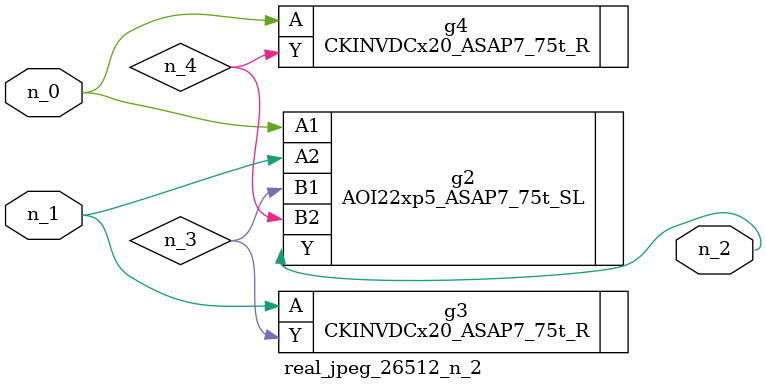
<source format=v>
module real_jpeg_26512_n_2 (n_1, n_0, n_2);

input n_1;
input n_0;

output n_2;

wire n_4;
wire n_3;

AOI22xp5_ASAP7_75t_SL g2 ( 
.A1(n_0),
.A2(n_1),
.B1(n_3),
.B2(n_4),
.Y(n_2)
);

CKINVDCx20_ASAP7_75t_R g4 ( 
.A(n_0),
.Y(n_4)
);

CKINVDCx20_ASAP7_75t_R g3 ( 
.A(n_1),
.Y(n_3)
);


endmodule
</source>
